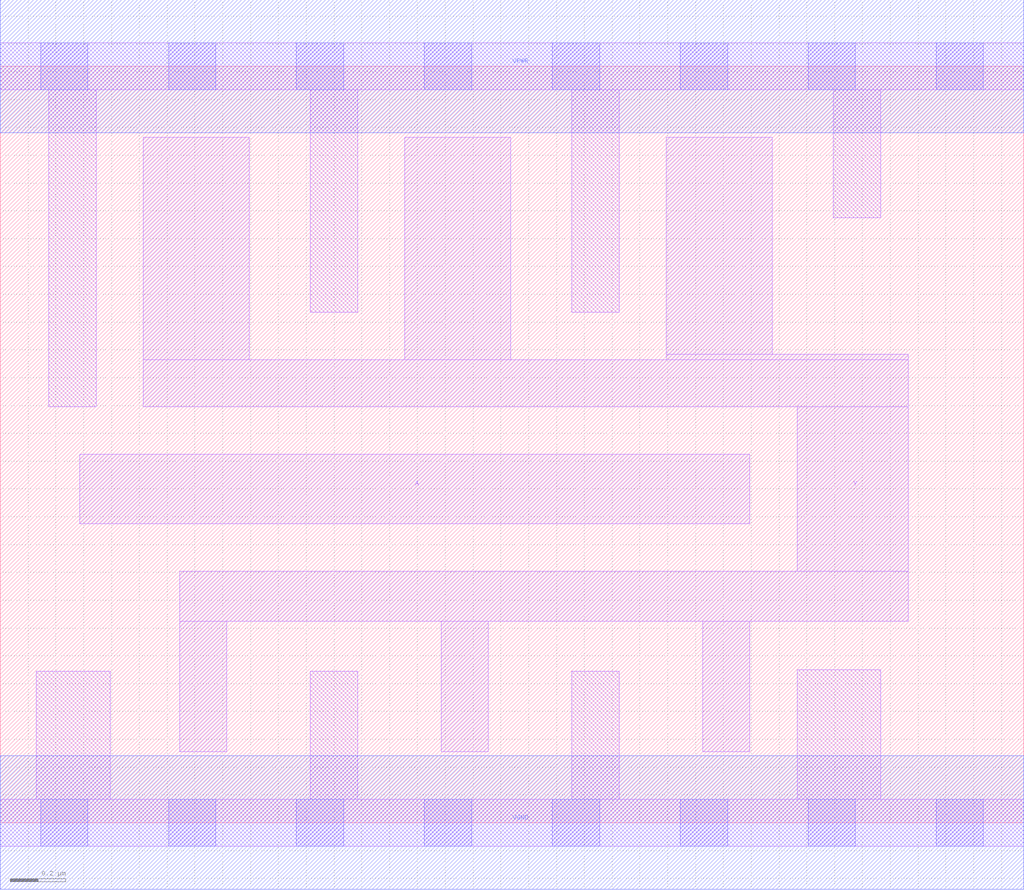
<source format=lef>
# Copyright 2020 The SkyWater PDK Authors
#
# Licensed under the Apache License, Version 2.0 (the "License");
# you may not use this file except in compliance with the License.
# You may obtain a copy of the License at
#
#     https://www.apache.org/licenses/LICENSE-2.0
#
# Unless required by applicable law or agreed to in writing, software
# distributed under the License is distributed on an "AS IS" BASIS,
# WITHOUT WARRANTIES OR CONDITIONS OF ANY KIND, either express or implied.
# See the License for the specific language governing permissions and
# limitations under the License.
#
# SPDX-License-Identifier: Apache-2.0

VERSION 5.7 ;
BUSBITCHARS "[]" ;
DIVIDERCHAR "/" ;
PROPERTYDEFINITIONS
  MACRO maskLayoutSubType STRING ;
  MACRO prCellType STRING ;
  MACRO originalViewName STRING ;
END PROPERTYDEFINITIONS
MACRO sky130_fd_sc_hdll__inv_6
  ORIGIN  0.000000  0.000000 ;
  CLASS CORE ;
  SYMMETRY X Y R90 ;
  SIZE  3.680000 BY  2.720000 ;
  SITE unithd ;
  PIN A
    ANTENNAGATEAREA  1.665000 ;
    DIRECTION INPUT ;
    USE SIGNAL ;
    PORT
      LAYER li1 ;
        RECT 0.285000 1.075000 2.695000 1.325000 ;
    END
  END A
  PIN VGND
    DIRECTION INOUT ;
    USE SIGNAL ;
    PORT
      LAYER met1 ;
        RECT 0.000000 -0.240000 3.680000 0.240000 ;
    END
  END VGND
  PIN VPWR
    DIRECTION INOUT ;
    USE SIGNAL ;
    PORT
      LAYER met1 ;
        RECT 0.000000 2.480000 3.680000 2.960000 ;
    END
  END VPWR
  PIN Y
    ANTENNADIFFAREA  1.494000 ;
    DIRECTION OUTPUT ;
    USE SIGNAL ;
    PORT
      LAYER li1 ;
        RECT 0.515000 1.495000 3.265000 1.665000 ;
        RECT 0.515000 1.665000 0.895000 2.465000 ;
        RECT 0.645000 0.255000 0.815000 0.725000 ;
        RECT 0.645000 0.725000 3.265000 0.905000 ;
        RECT 1.455000 1.665000 1.835000 2.465000 ;
        RECT 1.585000 0.255000 1.755000 0.725000 ;
        RECT 2.395000 1.665000 3.265000 1.685000 ;
        RECT 2.395000 1.685000 2.775000 2.465000 ;
        RECT 2.525000 0.255000 2.695000 0.725000 ;
        RECT 2.865000 0.905000 3.265000 1.495000 ;
    END
  END Y
  OBS
    LAYER li1 ;
      RECT 0.000000 -0.085000 3.680000 0.085000 ;
      RECT 0.000000  2.635000 3.680000 2.805000 ;
      RECT 0.130000  0.085000 0.395000 0.545000 ;
      RECT 0.175000  1.495000 0.345000 2.635000 ;
      RECT 1.115000  0.085000 1.285000 0.545000 ;
      RECT 1.115000  1.835000 1.285000 2.635000 ;
      RECT 2.055000  0.085000 2.225000 0.545000 ;
      RECT 2.055000  1.835000 2.225000 2.635000 ;
      RECT 2.865000  0.085000 3.165000 0.550000 ;
      RECT 2.995000  2.175000 3.165000 2.635000 ;
    LAYER mcon ;
      RECT 0.145000 -0.085000 0.315000 0.085000 ;
      RECT 0.145000  2.635000 0.315000 2.805000 ;
      RECT 0.605000 -0.085000 0.775000 0.085000 ;
      RECT 0.605000  2.635000 0.775000 2.805000 ;
      RECT 1.065000 -0.085000 1.235000 0.085000 ;
      RECT 1.065000  2.635000 1.235000 2.805000 ;
      RECT 1.525000 -0.085000 1.695000 0.085000 ;
      RECT 1.525000  2.635000 1.695000 2.805000 ;
      RECT 1.985000 -0.085000 2.155000 0.085000 ;
      RECT 1.985000  2.635000 2.155000 2.805000 ;
      RECT 2.445000 -0.085000 2.615000 0.085000 ;
      RECT 2.445000  2.635000 2.615000 2.805000 ;
      RECT 2.905000 -0.085000 3.075000 0.085000 ;
      RECT 2.905000  2.635000 3.075000 2.805000 ;
      RECT 3.365000 -0.085000 3.535000 0.085000 ;
      RECT 3.365000  2.635000 3.535000 2.805000 ;
  END
  PROPERTY maskLayoutSubType "abstract" ;
  PROPERTY prCellType "standard" ;
  PROPERTY originalViewName "layout" ;
END sky130_fd_sc_hdll__inv_6

</source>
